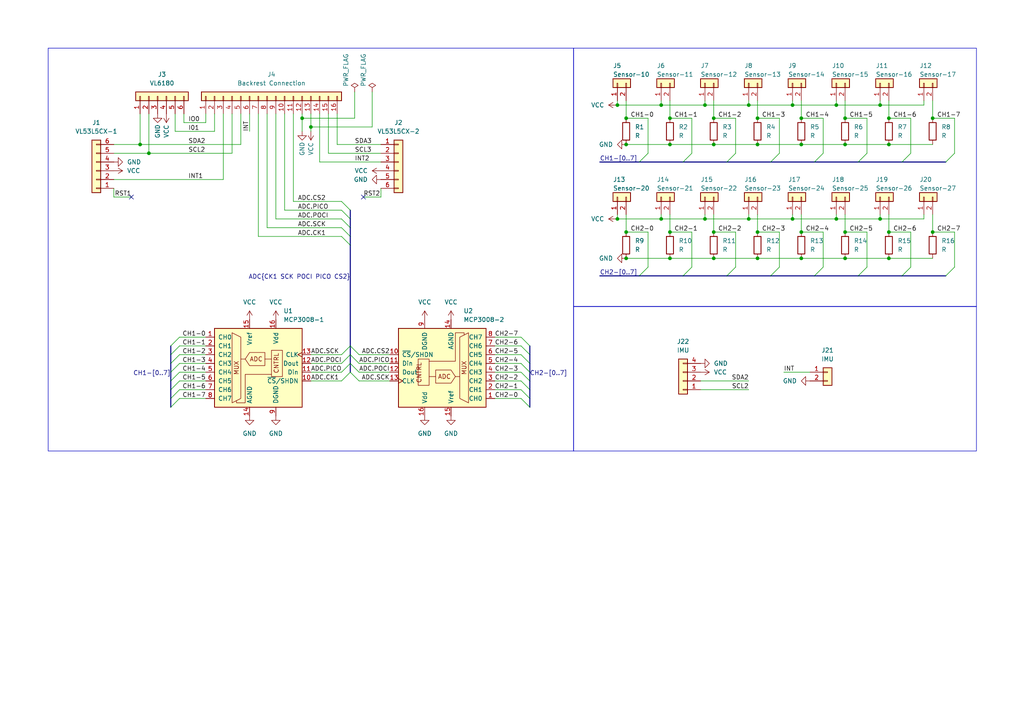
<source format=kicad_sch>
(kicad_sch (version 20230121) (generator eeschema)
  (paper "A4")
  (title_block (title "V2 Chair Seat") (date "2023-10-24") (rev "0"))
  (lib_symbols
    (symbol "Connector_Generic:Conn_01x02" (pin_names (offset 1.016) hide)
      (property "Reference" "J" (at 0 2.54 0))
      (property "Value" "Conn_01x02" (at 0 -5.08 0))
      (symbol "Conn_01x02_1_1"
        (rectangle (start -1.27 -2.413) (end 0 -2.667) (stroke (width 0.1524)))
        (rectangle (start -1.27 0.127) (end 0 -0.127) (stroke (width 0.1524)))
        (rectangle (start -1.27 1.27) (end 1.27 -3.81) (stroke (width 0.254)) (fill (type background)))
        (pin passive line (at -5.08 0 0) (length 3.81) (name "Pin_1") (number "1"))
        (pin passive line (at -5.08 -2.54 0) (length 3.81) (name "Pin_2") (number "2"))
      )
    )
    (symbol "Connector_Generic:Conn_01x04" (pin_names (offset 1.016) hide)
      (property "Reference" "J" (at 0 5.08 0))
      (property "Value" "Conn_01x04" (at 0 -7.62 0))
      (symbol "Conn_01x04_1_1"
        (rectangle (start -1.27 -4.953) (end 0 -5.207) (stroke (width 0.1524)))
        (rectangle (start -1.27 -2.413) (end 0 -2.667) (stroke (width 0.1524)))
        (rectangle (start -1.27 0.127) (end 0 -0.127) (stroke (width 0.1524)))
        (rectangle (start -1.27 2.667) (end 0 2.413) (stroke (width 0.1524)))
        (rectangle (start -1.27 3.81) (end 1.27 -6.35) (stroke (width 0.254)) (fill (type background)))
        (pin passive line (at -5.08 2.54 0) (length 3.81) (name "Pin_1") (number "1"))
        (pin passive line (at -5.08 0 0) (length 3.81) (name "Pin_2") (number "2"))
        (pin passive line (at -5.08 -2.54 0) (length 3.81) (name "Pin_3") (number "3"))
        (pin passive line (at -5.08 -5.08 0) (length 3.81) (name "Pin_4") (number "4"))
      )
    )
    (symbol "Connector_Generic:Conn_01x06" (pin_names (offset 1.016) hide)
      (property "Reference" "J" (at 0 7.62 0))
      (property "Value" "Conn_01x06" (at 0 -10.16 0))
      (symbol "Conn_01x06_1_1"
        (rectangle (start -1.27 -7.493) (end 0 -7.747) (stroke (width 0.1524)))
        (rectangle (start -1.27 -4.953) (end 0 -5.207) (stroke (width 0.1524)))
        (rectangle (start -1.27 -2.413) (end 0 -2.667) (stroke (width 0.1524)))
        (rectangle (start -1.27 0.127) (end 0 -0.127) (stroke (width 0.1524)))
        (rectangle (start -1.27 2.667) (end 0 2.413) (stroke (width 0.1524)))
        (rectangle (start -1.27 5.207) (end 0 4.953) (stroke (width 0.1524)))
        (rectangle (start -1.27 6.35) (end 1.27 -8.89) (stroke (width 0.254)) (fill (type background)))
        (pin passive line (at -5.08 5.08 0) (length 3.81) (name "Pin_1") (number "1"))
        (pin passive line (at -5.08 2.54 0) (length 3.81) (name "Pin_2") (number "2"))
        (pin passive line (at -5.08 0 0) (length 3.81) (name "Pin_3") (number "3"))
        (pin passive line (at -5.08 -2.54 0) (length 3.81) (name "Pin_4") (number "4"))
        (pin passive line (at -5.08 -5.08 0) (length 3.81) (name "Pin_5") (number "5"))
        (pin passive line (at -5.08 -7.62 0) (length 3.81) (name "Pin_6") (number "6"))
      )
    )
    (symbol "Connector_Generic:Conn_01x16" (pin_names (offset 1.016) hide)
      (property "Reference" "J" (at 0 20.32 0))
      (property "Value" "Conn_01x16" (at 0 -22.86 0))
      (symbol "Conn_01x16_1_1"
        (rectangle (start -1.27 -20.193) (end 0 -20.447) (stroke (width 0.1524)))
        (rectangle (start -1.27 -17.653) (end 0 -17.907) (stroke (width 0.1524)))
        (rectangle (start -1.27 -15.113) (end 0 -15.367) (stroke (width 0.1524)))
        (rectangle (start -1.27 -12.573) (end 0 -12.827) (stroke (width 0.1524)))
        (rectangle (start -1.27 -10.033) (end 0 -10.287) (stroke (width 0.1524)))
        (rectangle (start -1.27 -7.493) (end 0 -7.747) (stroke (width 0.1524)))
        (rectangle (start -1.27 -4.953) (end 0 -5.207) (stroke (width 0.1524)))
        (rectangle (start -1.27 -2.413) (end 0 -2.667) (stroke (width 0.1524)))
        (rectangle (start -1.27 0.127) (end 0 -0.127) (stroke (width 0.1524)))
        (rectangle (start -1.27 2.667) (end 0 2.413) (stroke (width 0.1524)))
        (rectangle (start -1.27 5.207) (end 0 4.953) (stroke (width 0.1524)))
        (rectangle (start -1.27 7.747) (end 0 7.493) (stroke (width 0.1524)))
        (rectangle (start -1.27 10.287) (end 0 10.033) (stroke (width 0.1524)))
        (rectangle (start -1.27 12.827) (end 0 12.573) (stroke (width 0.1524)))
        (rectangle (start -1.27 15.367) (end 0 15.113) (stroke (width 0.1524)))
        (rectangle (start -1.27 17.907) (end 0 17.653) (stroke (width 0.1524)))
        (rectangle (start -1.27 19.05) (end 1.27 -21.59) (stroke (width 0.254)) (fill (type background)))
        (pin passive line (at -5.08 17.78 0) (length 3.81) (name "Pin_1") (number "1"))
        (pin passive line (at -5.08 -5.08 0) (length 3.81) (name "Pin_10") (number "10"))
        (pin passive line (at -5.08 -7.62 0) (length 3.81) (name "Pin_11") (number "11"))
        (pin passive line (at -5.08 -10.16 0) (length 3.81) (name "Pin_12") (number "12"))
        (pin passive line (at -5.08 -12.7 0) (length 3.81) (name "Pin_13") (number "13"))
        (pin passive line (at -5.08 -15.24 0) (length 3.81) (name "Pin_14") (number "14"))
        (pin passive line (at -5.08 -17.78 0) (length 3.81) (name "Pin_15") (number "15"))
        (pin passive line (at -5.08 -20.32 0) (length 3.81) (name "Pin_16") (number "16"))
        (pin passive line (at -5.08 15.24 0) (length 3.81) (name "Pin_2") (number "2"))
        (pin passive line (at -5.08 12.7 0) (length 3.81) (name "Pin_3") (number "3"))
        (pin passive line (at -5.08 10.16 0) (length 3.81) (name "Pin_4") (number "4"))
        (pin passive line (at -5.08 7.62 0) (length 3.81) (name "Pin_5") (number "5"))
        (pin passive line (at -5.08 5.08 0) (length 3.81) (name "Pin_6") (number "6"))
        (pin passive line (at -5.08 2.54 0) (length 3.81) (name "Pin_7") (number "7"))
        (pin passive line (at -5.08 0 0) (length 3.81) (name "Pin_8") (number "8"))
        (pin passive line (at -5.08 -2.54 0) (length 3.81) (name "Pin_9") (number "9"))
      )
    )
    (symbol "Device:R" (pin_numbers hide) (pin_names (offset 0))
      (property "Reference" "R" (at 2.032 0 90))
      (property "Value" "R" (at 0 0 90))
      (symbol "R_0_1"
        (rectangle (start -1.016 -2.54) (end 1.016 2.54) (stroke (width 0.254)))
      )
      (symbol "R_1_1"
        (pin passive line (at 0 3.81 270) (length 1.27) (name "~") (number "1"))
        (pin passive line (at 0 -3.81 90) (length 1.27) (name "~") (number "2"))
      )
    )
    (symbol "MCP3008Fix:MCP3008" (pin_names (offset 1.016))
      (property "Reference" "U" (at -5.08 13.335 0))
      (property "Value" "MCP3008" (at -5.08 11.43 0))
      (symbol "MCP3008_0_0"
        (text "ADC" (at -0.635 1.27 0) (effects (font (size 1.27 1.27))))
        (text "CNTRL" (at 5.969 -2.921 900) (effects (font (size 1.27 1.27)) (justify left bottom)))
        (text "MUX" (at -6.35 -1.27 900) (effects (font (size 1.27 1.27))))
      )
      (symbol "MCP3008_0_1"
        (polyline (pts (xy -3.81 1.27) (xy -5.08 1.27)))
        (polyline (pts (xy 1.905 1.27) (xy 3.81 1.27)))
        (polyline (pts (xy -7.62 8.89) (xy -7.62 -11.43) (xy -5.08 -10.16) (xy -5.08 7.62) (xy -7.62 8.89)))
        (polyline (pts (xy 3.81 -3.175) (xy -3.81 -3.175) (xy -3.81 -11.43) (xy -6.35 -11.43) (xy -6.35 -10.795)))
        (polyline (pts (xy 1.905 3.175) (xy 1.905 -0.635) (xy -2.54 -0.635) (xy -3.81 1.27) (xy -2.54 3.175) (xy 1.905 3.175)))
        (rectangle (start 3.81 -3.81) (end 6.985 3.81))
        (rectangle (start 12.7 -12.7) (end -12.7 10.16) (stroke (width 0.254)) (fill (type background)))
      )
      (symbol "MCP3008_1_1"
        (pin input line (at -15.24 7.62 0) (length 2.54) (name "CH0") (number "1"))
        (pin input line (at 15.24 -5.08 180) (length 2.54) (name "~{CS}/SHDN") (number "10"))
        (pin input line (at 15.24 -2.54 180) (length 2.54) (name "Din") (number "11"))
        (pin tri_state line (at 15.24 0 180) (length 2.54) (name "Dout") (number "12"))
        (pin input clock (at 15.24 2.54 180) (length 2.54) (name "CLK") (number "13"))
        (pin power_in line (at -2.54 -15.24 90) (length 2.54) (name "AGND") (number "14"))
        (pin power_in line (at -2.54 12.7 270) (length 2.54) (name "Vref") (number "15"))
        (pin power_in line (at 5.08 12.7 270) (length 2.54) (name "Vdd") (number "16"))
        (pin input line (at -15.24 5.08 0) (length 2.54) (name "CH1") (number "2"))
        (pin input line (at -15.24 2.54 0) (length 2.54) (name "CH2") (number "3"))
        (pin input line (at -15.24 0 0) (length 2.54) (name "CH3") (number "4"))
        (pin input line (at -15.24 -2.54 0) (length 2.54) (name "CH4") (number "5"))
        (pin input line (at -15.24 -5.08 0) (length 2.54) (name "CH5") (number "6"))
        (pin input line (at -15.24 -7.62 0) (length 2.54) (name "CH6") (number "7"))
        (pin input line (at -15.24 -10.16 0) (length 2.54) (name "CH7") (number "8"))
        (pin power_in line (at 5.08 -15.24 90) (length 2.54) (name "DGND") (number "9"))
      )
    )
    (symbol "power:GND" (power) (pin_names (offset 0))
      (property "Value" "GND" (at 0 -3.81 0))
      (symbol "GND_0_1"
        (polyline (pts (xy 0 0) (xy 0 -1.27) (xy 1.27 -1.27) (xy 0 -2.54) (xy -1.27 -1.27) (xy 0 -1.27)))
      )
      (symbol "GND_1_1"
        (pin power_in line (at 0 0 270) (length 0) hide (name "GND") (number "1"))
      )
    )
    (symbol "power:PWR_FLAG" (power) (pin_numbers hide) (pin_names (offset 0) hide)
      (property "Value" "PWR_FLAG" (at 0 3.81 0))
      (symbol "PWR_FLAG_0_0"
        (pin power_out line (at 0 0 90) (length 0) (name "pwr") (number "1"))
      )
      (symbol "PWR_FLAG_0_1"
        (polyline (pts (xy 0 0) (xy 0 1.27) (xy -1.016 1.905) (xy 0 2.54) (xy 1.016 1.905) (xy 0 1.27)))
      )
    )
    (symbol "power:VCC" (power) (pin_names (offset 0))
      (property "Value" "VCC" (at 0 3.81 0))
      (symbol "VCC_0_1"
        (polyline (pts (xy -0.762 1.27) (xy 0 2.54)))
        (polyline (pts (xy 0 0) (xy 0 2.54)))
        (polyline (pts (xy 0 2.54) (xy 0.762 1.27)))
      )
      (symbol "VCC_1_1"
        (pin power_in line (at 0 0 90) (length 0) hide (name "VCC") (number "1"))
      )
    )
  )
  (junction (at 194.31 74.93))
  (junction (at 204.47 30.48))
  (junction (at 191.77 30.48))
  (junction (at 270.51 67.31))
  (junction (at 207.01 34.29))
  (junction (at 255.27 63.5))
  (junction (at 191.77 63.5))
  (junction (at 257.81 34.29))
  (junction (at 270.51 34.29))
  (junction (at 40.64 41.91))
  (junction (at 207.01 67.31))
  (junction (at 229.87 30.48))
  (junction (at 217.17 63.5))
  (junction (at 257.81 67.31))
  (junction (at 179.07 63.5))
  (junction (at 219.71 74.93))
  (junction (at 207.01 41.91))
  (junction (at 257.81 74.93))
  (junction (at 232.41 67.31))
  (junction (at 242.57 30.48))
  (junction (at 217.17 30.48))
  (junction (at 194.31 67.31))
  (junction (at 242.57 63.5))
  (junction (at 194.31 34.29))
  (junction (at 229.87 63.5))
  (junction (at 43.18 44.45))
  (junction (at 207.01 74.93))
  (junction (at 179.07 30.48))
  (junction (at 194.31 41.91))
  (junction (at 181.61 74.93))
  (junction (at 204.47 63.5))
  (junction (at 232.41 34.29))
  (junction (at 87.63 34.29))
  (junction (at 219.71 67.31))
  (junction (at 90.17 36.83))
  (junction (at 257.81 41.91))
  (junction (at 181.61 41.91))
  (junction (at 232.41 74.93))
  (junction (at 181.61 67.31))
  (junction (at 181.61 34.29))
  (junction (at 255.27 30.48))
  (junction (at 245.11 67.31))
  (junction (at 219.71 41.91))
  (junction (at 219.71 34.29))
  (junction (at 245.11 41.91))
  (junction (at 245.11 34.29))
  (junction (at 232.41 41.91))
  (junction (at 245.11 74.93))
  (no_connect (at 38.1 57.15))
  (no_connect (at 105.41 57.15))
  (bus_entry (at 153.67 102.87) (size -2.54 -2.54))
  (bus_entry (at 49.53 100.33) (size 2.54 -2.54))
  (bus_entry (at 210.82 46.99) (size 2.54 -2.54))
  (bus_entry (at 236.22 46.99) (size 2.54 -2.54))
  (bus_entry (at 274.32 46.99) (size 2.54 -2.54))
  (bus_entry (at 261.62 80.01) (size 2.54 -2.54))
  (bus_entry (at 49.53 102.87) (size 2.54 -2.54))
  (bus_entry (at 101.6 68.58) (size -2.54 -2.54))
  (bus_entry (at 49.53 118.11) (size 2.54 -2.54))
  (bus_entry (at 101.6 102.87) (size -2.54 2.54))
  (bus_entry (at 49.53 107.95) (size 2.54 -2.54))
  (bus_entry (at 49.53 105.41) (size 2.54 -2.54))
  (bus_entry (at 101.6 60.96) (size -2.54 -2.54))
  (bus_entry (at 185.42 46.99) (size 2.54 -2.54))
  (bus_entry (at 198.12 80.01) (size 2.54 -2.54))
  (bus_entry (at 153.67 100.33) (size -2.54 -2.54))
  (bus_entry (at 101.6 105.41) (size 2.54 2.54))
  (bus_entry (at 223.52 80.01) (size 2.54 -2.54))
  (bus_entry (at 153.67 105.41) (size -2.54 -2.54))
  (bus_entry (at 49.53 110.49) (size 2.54 -2.54))
  (bus_entry (at 153.67 107.95) (size -2.54 -2.54))
  (bus_entry (at 248.92 80.01) (size 2.54 -2.54))
  (bus_entry (at 101.6 105.41) (size -2.54 2.54))
  (bus_entry (at 261.62 46.99) (size 2.54 -2.54))
  (bus_entry (at 236.22 80.01) (size 2.54 -2.54))
  (bus_entry (at 274.32 80.01) (size 2.54 -2.54))
  (bus_entry (at 101.6 63.5) (size -2.54 -2.54))
  (bus_entry (at 101.6 102.87) (size 2.54 2.54))
  (bus_entry (at 101.6 100.33) (size -2.54 2.54))
  (bus_entry (at 153.67 110.49) (size -2.54 -2.54))
  (bus_entry (at 223.52 46.99) (size 2.54 -2.54))
  (bus_entry (at 153.67 118.11) (size -2.54 -2.54))
  (bus_entry (at 185.42 80.01) (size 2.54 -2.54))
  (bus_entry (at 101.6 66.04) (size -2.54 -2.54))
  (bus_entry (at 248.92 46.99) (size 2.54 -2.54))
  (bus_entry (at 198.12 46.99) (size 2.54 -2.54))
  (bus_entry (at 153.67 113.03) (size -2.54 -2.54))
  (bus_entry (at 101.6 71.12) (size -2.54 -2.54))
  (bus_entry (at 49.53 113.03) (size 2.54 -2.54))
  (bus_entry (at 101.6 107.95) (size -2.54 2.54))
  (bus_entry (at 101.6 107.95) (size 2.54 2.54))
  (bus_entry (at 49.53 115.57) (size 2.54 -2.54))
  (bus_entry (at 153.67 115.57) (size -2.54 -2.54))
  (bus_entry (at 210.82 80.01) (size 2.54 -2.54))
  (bus_entry (at 101.6 100.33) (size 2.54 2.54))
  (wire (pts (xy 207.01 62.23) (xy 207.01 67.31)))
  (wire (pts (xy 276.86 44.45) (xy 276.86 34.29)))
  (wire (pts (xy 181.61 29.21) (xy 181.61 34.29)))
  (wire (pts (xy 217.17 63.5) (xy 229.87 63.5)))
  (wire (pts (xy 95.25 33.02) (xy 95.25 44.45)))
  (wire (pts (xy 232.41 62.23) (xy 232.41 67.31)))
  (bus (pts (xy 101.6 105.41) (xy 101.6 107.95)))
  (wire (pts (xy 72.39 33.02) (xy 72.39 38.1)))
  (wire (pts (xy 179.07 62.23) (xy 179.07 63.5)))
  (bus (pts (xy 49.53 105.41) (xy 49.53 107.95)))
  (wire (pts (xy 143.51 113.03) (xy 151.13 113.03)))
  (wire (pts (xy 52.07 97.79) (xy 59.69 97.79)))
  (wire (pts (xy 52.07 100.33) (xy 59.69 100.33)))
  (wire (pts (xy 87.63 34.29) (xy 87.63 38.1)))
  (wire (pts (xy 203.2 110.49) (xy 217.17 110.49)))
  (wire (pts (xy 143.51 105.41) (xy 151.13 105.41)))
  (wire (pts (xy 62.23 38.1) (xy 62.23 33.02)))
  (wire (pts (xy 90.17 36.83) (xy 90.17 38.1)))
  (wire (pts (xy 194.31 67.31) (xy 200.66 67.31)))
  (bus (pts (xy 153.67 100.33) (xy 153.67 102.87)))
  (wire (pts (xy 219.71 62.23) (xy 219.71 67.31)))
  (wire (pts (xy 110.49 54.61) (xy 110.49 57.15)))
  (bus (pts (xy 173.99 80.01) (xy 185.42 80.01)))
  (wire (pts (xy 74.93 68.58) (xy 74.93 33.02)))
  (wire (pts (xy 82.55 33.02) (xy 82.55 60.96)))
  (wire (pts (xy 191.77 63.5) (xy 204.47 63.5)))
  (wire (pts (xy 90.17 105.41) (xy 99.06 105.41)))
  (wire (pts (xy 232.41 67.31) (xy 238.76 67.31)))
  (wire (pts (xy 200.66 77.47) (xy 200.66 67.31)))
  (wire (pts (xy 179.07 30.48) (xy 191.77 30.48)))
  (wire (pts (xy 107.95 36.83) (xy 107.95 26.67)))
  (wire (pts (xy 194.31 29.21) (xy 194.31 34.29)))
  (wire (pts (xy 217.17 30.48) (xy 217.17 29.21)))
  (wire (pts (xy 270.51 62.23) (xy 270.51 67.31)))
  (wire (pts (xy 232.41 41.91) (xy 245.11 41.91)))
  (wire (pts (xy 213.36 34.29) (xy 213.36 44.45)))
  (wire (pts (xy 229.87 62.23) (xy 229.87 63.5)))
  (wire (pts (xy 179.07 63.5) (xy 191.77 63.5)))
  (wire (pts (xy 264.16 34.29) (xy 264.16 44.45)))
  (wire (pts (xy 264.16 67.31) (xy 264.16 77.47)))
  (wire (pts (xy 52.07 110.49) (xy 59.69 110.49)))
  (wire (pts (xy 255.27 62.23) (xy 255.27 63.5)))
  (bus (pts (xy 49.53 102.87) (xy 49.53 105.41)))
  (wire (pts (xy 255.27 63.5) (xy 267.97 63.5)))
  (wire (pts (xy 270.51 29.21) (xy 270.51 34.29)))
  (wire (pts (xy 143.51 100.33) (xy 151.13 100.33)))
  (wire (pts (xy 251.46 44.45) (xy 251.46 34.29)))
  (wire (pts (xy 194.31 62.23) (xy 194.31 67.31)))
  (wire (pts (xy 50.8 38.1) (xy 62.23 38.1)))
  (wire (pts (xy 245.11 62.23) (xy 245.11 67.31)))
  (wire (pts (xy 200.66 44.45) (xy 200.66 34.29)))
  (wire (pts (xy 257.81 74.93) (xy 270.51 74.93)))
  (wire (pts (xy 229.87 63.5) (xy 242.57 63.5)))
  (wire (pts (xy 69.85 41.91) (xy 69.85 33.02)))
  (wire (pts (xy 219.71 41.91) (xy 232.41 41.91)))
  (wire (pts (xy 257.81 34.29) (xy 264.16 34.29)))
  (wire (pts (xy 77.47 66.04) (xy 77.47 33.02)))
  (wire (pts (xy 80.01 63.5) (xy 80.01 33.02)))
  (bus (pts (xy 153.67 110.49) (xy 153.67 113.03)))
  (wire (pts (xy 191.77 30.48) (xy 191.77 29.21)))
  (wire (pts (xy 181.61 74.93) (xy 194.31 74.93)))
  (bus (pts (xy 101.6 102.87) (xy 101.6 105.41)))
  (wire (pts (xy 191.77 30.48) (xy 204.47 30.48)))
  (wire (pts (xy 245.11 29.21) (xy 245.11 34.29)))
  (wire (pts (xy 181.61 67.31) (xy 187.96 67.31)))
  (bus (pts (xy 185.42 46.99) (xy 198.12 46.99)))
  (bus (pts (xy 261.62 80.01) (xy 274.32 80.01)))
  (bus (pts (xy 153.67 113.03) (xy 153.67 115.57)))
  (bus (pts (xy 153.67 102.87) (xy 153.67 105.41)))
  (wire (pts (xy 77.47 66.04) (xy 99.06 66.04)))
  (wire (pts (xy 207.01 74.93) (xy 219.71 74.93)))
  (wire (pts (xy 104.14 107.95) (xy 113.03 107.95)))
  (bus (pts (xy 236.22 46.99) (xy 248.92 46.99)))
  (wire (pts (xy 204.47 29.21) (xy 204.47 30.48)))
  (wire (pts (xy 238.76 34.29) (xy 238.76 44.45)))
  (wire (pts (xy 204.47 63.5) (xy 217.17 63.5)))
  (wire (pts (xy 92.71 33.02) (xy 92.71 46.99)))
  (wire (pts (xy 74.93 68.58) (xy 99.06 68.58)))
  (wire (pts (xy 232.41 29.21) (xy 232.41 34.29)))
  (wire (pts (xy 227.33 107.95) (xy 234.95 107.95)))
  (wire (pts (xy 204.47 62.23) (xy 204.47 63.5)))
  (wire (pts (xy 52.07 113.03) (xy 59.69 113.03)))
  (wire (pts (xy 245.11 74.93) (xy 257.81 74.93)))
  (wire (pts (xy 229.87 29.21) (xy 229.87 30.48)))
  (bus (pts (xy 248.92 80.01) (xy 261.62 80.01)))
  (wire (pts (xy 104.14 102.87) (xy 113.03 102.87)))
  (bus (pts (xy 49.53 113.03) (xy 49.53 115.57)))
  (wire (pts (xy 232.41 74.93) (xy 245.11 74.93)))
  (wire (pts (xy 257.81 29.21) (xy 257.81 34.29)))
  (wire (pts (xy 104.14 105.41) (xy 113.03 105.41)))
  (wire (pts (xy 33.02 54.61) (xy 33.02 57.15)))
  (wire (pts (xy 90.17 33.02) (xy 90.17 36.83)))
  (wire (pts (xy 267.97 30.48) (xy 267.97 29.21)))
  (wire (pts (xy 194.31 41.91) (xy 207.01 41.91)))
  (bus (pts (xy 153.67 115.57) (xy 153.67 118.11)))
  (wire (pts (xy 102.87 34.29) (xy 102.87 26.67)))
  (bus (pts (xy 49.53 100.33) (xy 49.53 102.87)))
  (wire (pts (xy 43.18 44.45) (xy 33.02 44.45)))
  (wire (pts (xy 251.46 77.47) (xy 251.46 67.31)))
  (wire (pts (xy 187.96 34.29) (xy 187.96 44.45)))
  (wire (pts (xy 219.71 34.29) (xy 226.06 34.29)))
  (bus (pts (xy 153.67 107.95) (xy 153.67 110.49)))
  (wire (pts (xy 245.11 41.91) (xy 257.81 41.91)))
  (wire (pts (xy 204.47 30.48) (xy 217.17 30.48)))
  (wire (pts (xy 97.79 33.02) (xy 97.79 41.91)))
  (wire (pts (xy 95.25 44.45) (xy 110.49 44.45)))
  (wire (pts (xy 255.27 30.48) (xy 267.97 30.48)))
  (wire (pts (xy 194.31 34.29) (xy 200.66 34.29)))
  (bus (pts (xy 236.22 80.01) (xy 248.92 80.01)))
  (wire (pts (xy 33.02 52.07) (xy 64.77 52.07)))
  (wire (pts (xy 87.63 33.02) (xy 87.63 34.29)))
  (wire (pts (xy 90.17 110.49) (xy 99.06 110.49)))
  (wire (pts (xy 143.51 110.49) (xy 151.13 110.49)))
  (bus (pts (xy 49.53 107.95) (xy 49.53 110.49)))
  (bus (pts (xy 173.99 46.99) (xy 185.42 46.99)))
  (wire (pts (xy 143.51 102.87) (xy 151.13 102.87)))
  (bus (pts (xy 101.6 60.96) (xy 101.6 63.5)))
  (wire (pts (xy 207.01 41.91) (xy 219.71 41.91)))
  (wire (pts (xy 207.01 29.21) (xy 207.01 34.29)))
  (wire (pts (xy 33.02 57.15) (xy 38.1 57.15)))
  (wire (pts (xy 40.64 41.91) (xy 33.02 41.91)))
  (wire (pts (xy 245.11 67.31) (xy 251.46 67.31)))
  (wire (pts (xy 226.06 44.45) (xy 226.06 34.29)))
  (wire (pts (xy 219.71 74.93) (xy 232.41 74.93)))
  (wire (pts (xy 219.71 67.31) (xy 226.06 67.31)))
  (wire (pts (xy 53.34 35.56) (xy 59.69 35.56)))
  (wire (pts (xy 80.01 63.5) (xy 99.06 63.5)))
  (wire (pts (xy 191.77 63.5) (xy 191.77 62.23)))
  (bus (pts (xy 49.53 110.49) (xy 49.53 113.03)))
  (bus (pts (xy 49.53 115.57) (xy 49.53 118.11)))
  (wire (pts (xy 232.41 34.29) (xy 238.76 34.29)))
  (bus (pts (xy 101.6 68.58) (xy 101.6 71.12)))
  (wire (pts (xy 90.17 102.87) (xy 99.06 102.87)))
  (wire (pts (xy 242.57 30.48) (xy 255.27 30.48)))
  (bus (pts (xy 101.6 63.5) (xy 101.6 66.04)))
  (bus (pts (xy 210.82 46.99) (xy 223.52 46.99)))
  (bus (pts (xy 248.92 46.99) (xy 261.62 46.99)))
  (wire (pts (xy 50.8 33.02) (xy 50.8 38.1)))
  (wire (pts (xy 92.71 46.99) (xy 110.49 46.99)))
  (wire (pts (xy 219.71 29.21) (xy 219.71 34.29)))
  (wire (pts (xy 90.17 107.95) (xy 99.06 107.95)))
  (wire (pts (xy 270.51 67.31) (xy 276.86 67.31)))
  (wire (pts (xy 255.27 29.21) (xy 255.27 30.48)))
  (wire (pts (xy 179.07 29.21) (xy 179.07 30.48)))
  (bus (pts (xy 261.62 46.99) (xy 274.32 46.99)))
  (bus (pts (xy 185.42 80.01) (xy 198.12 80.01)))
  (wire (pts (xy 276.86 77.47) (xy 276.86 67.31)))
  (bus (pts (xy 101.6 66.04) (xy 101.6 68.58)))
  (wire (pts (xy 52.07 107.95) (xy 59.69 107.95)))
  (wire (pts (xy 143.51 97.79) (xy 151.13 97.79)))
  (wire (pts (xy 43.18 33.02) (xy 43.18 44.45)))
  (wire (pts (xy 97.79 41.91) (xy 110.49 41.91)))
  (wire (pts (xy 217.17 30.48) (xy 229.87 30.48)))
  (wire (pts (xy 226.06 77.47) (xy 226.06 67.31)))
  (wire (pts (xy 242.57 63.5) (xy 242.57 62.23)))
  (wire (pts (xy 245.11 34.29) (xy 251.46 34.29)))
  (wire (pts (xy 242.57 30.48) (xy 242.57 29.21)))
  (wire (pts (xy 99.06 60.96) (xy 82.55 60.96)))
  (wire (pts (xy 187.96 67.31) (xy 187.96 77.47)))
  (wire (pts (xy 87.63 34.29) (xy 102.87 34.29)))
  (wire (pts (xy 203.2 113.03) (xy 217.17 113.03)))
  (wire (pts (xy 40.64 41.91) (xy 69.85 41.91)))
  (wire (pts (xy 238.76 67.31) (xy 238.76 77.47)))
  (bus (pts (xy 223.52 46.99) (xy 236.22 46.99)))
  (wire (pts (xy 52.07 102.87) (xy 59.69 102.87)))
  (wire (pts (xy 181.61 41.91) (xy 194.31 41.91)))
  (wire (pts (xy 105.41 57.15) (xy 110.49 57.15)))
  (bus (pts (xy 153.67 105.41) (xy 153.67 107.95)))
  (wire (pts (xy 242.57 63.5) (xy 255.27 63.5)))
  (wire (pts (xy 257.81 62.23) (xy 257.81 67.31)))
  (bus (pts (xy 198.12 80.01) (xy 210.82 80.01)))
  (wire (pts (xy 207.01 67.31) (xy 213.36 67.31)))
  (wire (pts (xy 64.77 52.07) (xy 64.77 33.02)))
  (bus (pts (xy 223.52 80.01) (xy 236.22 80.01)))
  (bus (pts (xy 198.12 46.99) (xy 210.82 46.99)))
  (wire (pts (xy 143.51 115.57) (xy 151.13 115.57)))
  (wire (pts (xy 40.64 33.02) (xy 40.64 41.91)))
  (wire (pts (xy 59.69 35.56) (xy 59.69 33.02)))
  (wire (pts (xy 52.07 115.57) (xy 59.69 115.57)))
  (wire (pts (xy 43.18 44.45) (xy 67.31 44.45)))
  (wire (pts (xy 85.09 33.02) (xy 85.09 58.42)))
  (wire (pts (xy 270.51 34.29) (xy 276.86 34.29)))
  (bus (pts (xy 210.82 80.01) (xy 223.52 80.01)))
  (wire (pts (xy 257.81 67.31) (xy 264.16 67.31)))
  (wire (pts (xy 90.17 36.83) (xy 107.95 36.83)))
  (wire (pts (xy 181.61 62.23) (xy 181.61 67.31)))
  (wire (pts (xy 53.34 33.02) (xy 53.34 35.56)))
  (wire (pts (xy 104.14 110.49) (xy 113.03 110.49)))
  (wire (pts (xy 85.09 58.42) (xy 99.06 58.42)))
  (wire (pts (xy 207.01 34.29) (xy 213.36 34.29)))
  (bus (pts (xy 101.6 71.12) (xy 101.6 100.33)))
  (bus (pts (xy 101.6 100.33) (xy 101.6 102.87)))
  (wire (pts (xy 267.97 63.5) (xy 267.97 62.23)))
  (wire (pts (xy 67.31 44.45) (xy 67.31 33.02)))
  (wire (pts (xy 52.07 105.41) (xy 59.69 105.41)))
  (wire (pts (xy 229.87 30.48) (xy 242.57 30.48)))
  (wire (pts (xy 143.51 107.95) (xy 151.13 107.95)))
  (wire (pts (xy 213.36 67.31) (xy 213.36 77.47)))
  (wire (pts (xy 217.17 63.5) (xy 217.17 62.23)))
  (wire (pts (xy 181.61 34.29) (xy 187.96 34.29)))
  (wire (pts (xy 194.31 74.93) (xy 207.01 74.93)))
  (wire (pts (xy 257.81 41.91) (xy 270.51 41.91)))
  (rectangle (start 13.97 13.97) (end 166.37 130.81))
  (rectangle (start 166.37 88.9) (end 283.21 130.81))
  (rectangle (start 166.37 13.97) (end 283.21 88.9))
  (label "CH1-5" (at 246.38 34.29 0))
  (label "ADC.CK1" (at 86.36 68.58 0))
  (label "SDA2" (at 217.17 110.49 180))
  (label "ADC.PICO" (at 113.03 105.41 180))
  (label "SDA2" (at 54.61 41.91 0))
  (label "CH2-0" (at 182.88 67.31 0))
  (label "ADC.POCI" (at 113.03 107.95 180))
  (label "CH1-5" (at 59.69 110.49 180))
  (label "CH1-7" (at 271.78 34.29 0))
  (label "CH1-4" (at 233.68 34.29 0))
  (label "CH1-1" (at 59.69 100.33 180))
  (label "I01" (at 54.61 38.1 0))
  (label "CH2-1" (at 195.58 67.31 0))
  (label "CH1-[0..7]" (at 173.99 46.99 0))
  (label "CH2-7" (at 143.51 97.79 0))
  (label "ADC{CK1 SCK POCI PICO CS2}" (at 101.6 81.28 180))
  (label "ADC.POCI" (at 86.36 63.5 0))
  (label "SCL2" (at 217.17 113.03 180))
  (label "CH1-7" (at 59.69 115.57 180))
  (label "RST2" (at 105.41 57.15 0))
  (label "CH2-7" (at 271.78 67.31 0))
  (label "ADC.POCI" (at 90.17 105.41 0))
  (label "INT" (at 227.33 107.95 0))
  (label "CH2-6" (at 259.08 67.31 0))
  (label "CH1-0" (at 59.69 97.79 180))
  (label "CH2-4" (at 233.68 67.31 0))
  (label "CH2-1" (at 143.51 113.03 0))
  (label "ADC.SCK" (at 86.36 66.04 0))
  (label "ADC.CS2" (at 113.03 102.87 180))
  (label "CH2-5" (at 143.51 102.87 0))
  (label "CH1-3" (at 220.98 34.29 0))
  (label "ADC.SCK" (at 90.17 102.87 0))
  (label "CH2-5" (at 246.38 67.31 0))
  (label "CH2-[0..7]" (at 173.99 80.01 0))
  (label "CH1-6" (at 59.69 113.03 180))
  (label "CH2-0" (at 143.51 115.57 0))
  (label "CH1-2" (at 59.69 102.87 180))
  (label "CH1-[0..7]" (at 49.53 109.22 180))
  (label "CH2-2" (at 208.28 67.31 0))
  (label "ADC.SCK" (at 113.03 110.49 180))
  (label "CH1-1" (at 195.58 34.29 0))
  (label "CH2-[0..7]" (at 153.67 109.22 0))
  (label "CH2-2" (at 143.51 110.49 0))
  (label "SCL3" (at 102.87 44.45 0))
  (label "ADC.PICO" (at 90.17 107.95 0))
  (label "CH2-3" (at 220.98 67.31 0))
  (label "ADC.PICO" (at 86.36 60.96 0))
  (label "CH1-0" (at 182.88 34.29 0))
  (label "IO0" (at 54.61 35.56 0))
  (label "INT2" (at 102.87 46.99 0))
  (label "CH1-2" (at 208.28 34.29 0))
  (label "INT1" (at 54.61 52.07 0))
  (label "CH1-6" (at 259.08 34.29 0))
  (label "SDA3" (at 102.87 41.91 0))
  (label "CH1-3" (at 59.69 105.41 180))
  (label "INT" (at 72.39 38.1 90))
  (label "ADC.CS2" (at 86.36 58.42 0))
  (label "SCL2" (at 54.61 44.45 0))
  (label "ADC.CK1" (at 90.17 110.49 0))
  (label "CH2-6" (at 143.51 100.33 0))
  (label "CH2-4" (at 143.51 105.41 0))
  (label "RST1" (at 38.1 57.15 180))
  (label "CH1-4" (at 59.69 107.95 180))
  (label "CH2-3" (at 143.51 107.95 0))
  (symbol (lib_id "Connector_Generic:Conn_01x06") (at 115.57 46.99 0) (unit 1)
    (property "Reference" "J2" (at 115.57 35.56 0))
    (property "Value" "VL53L5CX-2" (at 115.57 38.1 0))
  )
  (symbol (lib_id "Connector_Generic:Conn_01x02") (at 242.57 24.13 90) (unit 1)
    (property "Reference" "J10" (at 241.3 19.05 90) (effects (justify right)))
    (property "Value" "Sensor-15" (at 241.3 21.59 90) (effects (justify right)))
  )
  (symbol (lib_id "power:VCC") (at 179.07 63.5 90) (unit 1)
    (property "Reference" "#PWR019" (effects hide))
    (property "Value" "VCC" (at 175.26 63.5 90) (effects (justify left)))
  )
  (symbol (lib_id "Device:R") (at 257.81 38.1 180) (unit 1)
    (property "Reference" "R7" (at 260.35 36.83 0) (effects (justify right)))
    (property "Value" "R" (at 260.35 39.37 0) (effects (justify right)))
  )
  (symbol (lib_id "power:VCC") (at 203.2 107.95 270) (unit 1)
    (property "Reference" "#PWR022" (effects hide))
    (property "Value" "VCC" (at 207.01 107.95 90) (effects (justify left)))
  )
  (symbol (lib_id "Connector_Generic:Conn_01x02") (at 204.47 57.15 90) (unit 1)
    (property "Reference" "J15" (at 203.2 52.07 90) (effects (justify right)))
    (property "Value" "Sensor-22" (at 203.2 54.61 90) (effects (justify right)))
  )
  (symbol (lib_id "power:VCC") (at 80.01 92.71 0) (unit 1)
    (property "Reference" "#PWR013" (effects hide))
    (property "Value" "VCC" (at 80.01 87.63 0))
  )
  (symbol (lib_id "Connector_Generic:Conn_01x02") (at 255.27 57.15 90) (unit 1)
    (property "Reference" "J19" (at 254 52.07 90) (effects (justify right)))
    (property "Value" "Sensor-26" (at 254 54.61 90) (effects (justify right)))
  )
  (symbol (lib_id "power:VCC") (at 179.07 30.48 90) (unit 1)
    (property "Reference" "#PWR018" (effects hide))
    (property "Value" "VCC" (at 175.26 30.48 90) (effects (justify left)))
  )
  (symbol (lib_id "Connector_Generic:Conn_01x02") (at 191.77 24.13 90) (unit 1)
    (property "Reference" "J6" (at 190.5 19.05 90) (effects (justify right)))
    (property "Value" "Sensor-11" (at 190.5 21.59 90) (effects (justify right)))
  )
  (symbol (lib_id "Connector_Generic:Conn_01x02") (at 217.17 24.13 90) (unit 1)
    (property "Reference" "J8" (at 215.9 19.05 90) (effects (justify right)))
    (property "Value" "Sensor-13" (at 215.9 21.59 90) (effects (justify right)))
  )
  (symbol (lib_id "MCP3008Fix:MCP3008") (at 74.93 105.41 0) (unit 1)
    (property "Reference" "U1" (at 82.2041 90.17 0) (effects (justify left)))
    (property "Value" "MCP3008-1" (at 82.2041 92.71 0) (effects (justify left)))
    (property "Datasheet" "http://ww1.microchip.com/downloads/en/DeviceDoc/21295d.pdf" (effects hide))
  )
  (symbol (lib_id "Device:R") (at 181.61 38.1 180) (unit 1)
    (property "Reference" "R1" (at 184.15 36.83 0) (effects (justify right)))
    (property "Value" "R" (at 184.15 39.37 0) (effects (justify right)))
  )
  (symbol (lib_id "Connector_Generic:Conn_01x06") (at 27.94 49.53 180) (unit 1)
    (property "Reference" "J1" (at 27.94 35.56 0))
    (property "Value" "VL53L5CX-1" (at 27.94 38.1 0))
  )
  (symbol (lib_id "Device:R") (at 194.31 71.12 180) (unit 1)
    (property "Reference" "R10" (at 196.85 69.85 0) (effects (justify right)))
    (property "Value" "R" (at 196.85 72.39 0) (effects (justify right)))
  )
  (symbol (lib_id "Device:R") (at 270.51 71.12 180) (unit 1)
    (property "Reference" "R16" (at 273.05 69.85 0) (effects (justify right)))
    (property "Value" "R" (at 273.05 72.39 0) (effects (justify right)))
  )
  (symbol (lib_id "power:GND") (at 110.49 52.07 270) (unit 1)
    (property "Reference" "#PWR05" (effects hide))
    (property "Value" "GND" (at 106.68 52.07 90) (effects (justify right)))
  )
  (symbol (lib_id "power:VCC") (at 33.02 49.53 270) (unit 1)
    (property "Reference" "#PWR02" (effects hide))
    (property "Value" "VCC" (at 36.83 49.53 90) (effects (justify left)))
  )
  (symbol (lib_id "power:GND") (at 45.72 33.02 0) (unit 1)
    (property "Reference" "#PWR04" (effects hide))
    (property "Value" "GND" (at 45.72 38.1 90))
  )
  (symbol (lib_id "power:GND") (at 33.02 46.99 90) (unit 1)
    (property "Reference" "#PWR03" (effects hide))
    (property "Value" "GND" (at 36.83 46.99 90) (effects (justify right)))
  )
  (symbol (lib_id "Device:R") (at 257.81 71.12 180) (unit 1)
    (property "Reference" "R15" (at 260.35 69.85 0) (effects (justify right)))
    (property "Value" "R" (at 260.35 72.39 0) (effects (justify right)))
  )
  (symbol (lib_id "Connector_Generic:Conn_01x02") (at 229.87 57.15 90) (unit 1)
    (property "Reference" "J17" (at 228.6 52.07 90) (effects (justify right)))
    (property "Value" "Sensor-24" (at 228.6 54.61 90) (effects (justify right)))
  )
  (symbol (lib_id "Connector_Generic:Conn_01x16") (at 77.47 27.94 90) (unit 1)
    (property "Reference" "J4" (at 78.74 21.59 90))
    (property "Value" "Backrest Connection" (at 78.74 24.13 90))
  )
  (symbol (lib_id "power:GND") (at 130.81 120.65 0) (unit 1)
    (property "Reference" "#PWR012" (effects hide))
    (property "Value" "GND" (at 130.81 125.73 0))
  )
  (symbol (lib_id "Device:R") (at 207.01 71.12 180) (unit 1)
    (property "Reference" "R11" (at 209.55 69.85 0) (effects (justify right)))
    (property "Value" "R" (at 209.55 72.39 0) (effects (justify right)))
  )
  (symbol (lib_id "power:GND") (at 203.2 105.41 90) (unit 1)
    (property "Reference" "#PWR021" (effects hide))
    (property "Value" "GND" (at 207.01 105.41 90) (effects (justify right)))
  )
  (symbol (lib_id "Connector_Generic:Conn_01x02") (at 217.17 57.15 90) (unit 1)
    (property "Reference" "J16" (at 215.9 52.07 90) (effects (justify right)))
    (property "Value" "Sensor-23" (at 215.9 54.61 90) (effects (justify right)))
  )
  (symbol (lib_id "Device:R") (at 232.41 38.1 180) (unit 1)
    (property "Reference" "R5" (at 234.95 36.83 0) (effects (justify right)))
    (property "Value" "R" (at 234.95 39.37 0) (effects (justify right)))
  )
  (symbol (lib_id "power:PWR_FLAG") (at 107.95 26.67 0) (unit 1)
    (property "Reference" "#FLG02" (effects hide))
    (property "Value" "PWR_FLAG" (at 105.41 20.32 90))
  )
  (symbol (lib_id "Device:R") (at 245.11 71.12 180) (unit 1)
    (property "Reference" "R14" (at 247.65 69.85 0) (effects (justify right)))
    (property "Value" "R" (at 247.65 72.39 0) (effects (justify right)))
  )
  (symbol (lib_id "power:GND") (at 80.01 120.65 0) (unit 1)
    (property "Reference" "#PWR09" (effects hide))
    (property "Value" "GND" (at 80.01 125.73 0))
  )
  (symbol (lib_id "Connector_Generic:Conn_01x06") (at 45.72 27.94 90) (unit 1)
    (property "Reference" "J3" (at 46.99 21.59 90))
    (property "Value" "VL6180" (at 46.99 24.13 90))
  )
  (symbol (lib_id "power:GND") (at 181.61 74.93 270) (unit 1)
    (property "Reference" "#PWR020" (effects hide))
    (property "Value" "GND" (at 177.8 74.93 90) (effects (justify right)))
  )
  (symbol (lib_id "Connector_Generic:Conn_01x02") (at 242.57 57.15 90) (unit 1)
    (property "Reference" "J18" (at 241.3 52.07 90) (effects (justify right)))
    (property "Value" "Sensor-25" (at 241.3 54.61 90) (effects (justify right)))
  )
  (symbol (lib_id "power:VCC") (at 123.19 92.71 0) (unit 1)
    (property "Reference" "#PWR015" (effects hide))
    (property "Value" "VCC" (at 123.19 87.63 0))
  )
  (symbol (lib_id "Connector_Generic:Conn_01x02") (at 267.97 57.15 90) (unit 1)
    (property "Reference" "J20" (at 266.7 52.07 90) (effects (justify right)))
    (property "Value" "Sensor-27" (at 266.7 54.61 90) (effects (justify right)))
  )
  (symbol (lib_id "Device:R") (at 270.51 38.1 180) (unit 1)
    (property "Reference" "R8" (at 273.05 36.83 0) (effects (justify right)))
    (property "Value" "R" (at 273.05 39.37 0) (effects (justify right)))
  )
  (symbol (lib_id "power:GND") (at 181.61 41.91 270) (unit 1)
    (property "Reference" "#PWR017" (effects hide))
    (property "Value" "GND" (at 177.8 41.91 90) (effects (justify right)))
  )
  (symbol (lib_id "Connector_Generic:Conn_01x02") (at 191.77 57.15 90) (unit 1)
    (property "Reference" "J14" (at 190.5 52.07 90) (effects (justify right)))
    (property "Value" "Sensor-21" (at 190.5 54.61 90) (effects (justify right)))
  )
  (symbol (lib_id "power:GND") (at 234.95 110.49 270) (unit 1)
    (property "Reference" "#PWR0101" (effects hide))
    (property "Value" "GND" (at 231.14 110.49 90) (effects (justify right)))
  )
  (symbol (lib_id "Device:R") (at 207.01 38.1 180) (unit 1)
    (property "Reference" "R3" (at 209.55 36.83 0) (effects (justify right)))
    (property "Value" "R" (at 209.55 39.37 0) (effects (justify right)))
  )
  (symbol (lib_id "Device:R") (at 219.71 38.1 180) (unit 1)
    (property "Reference" "R4" (at 222.25 36.83 0) (effects (justify right)))
    (property "Value" "R" (at 222.25 39.37 0) (effects (justify right)))
  )
  (symbol (lib_id "Device:R") (at 181.61 71.12 180) (unit 1)
    (property "Reference" "R9" (at 184.15 69.85 0) (effects (justify right)))
    (property "Value" "R" (at 184.15 72.39 0) (effects (justify right)))
  )
  (symbol (lib_id "Device:R") (at 232.41 71.12 180) (unit 1)
    (property "Reference" "R13" (at 234.95 69.85 0) (effects (justify right)))
    (property "Value" "R" (at 234.95 72.39 0) (effects (justify right)))
  )
  (symbol (lib_id "Connector_Generic:Conn_01x04") (at 198.12 110.49 180) (unit 1)
    (property "Reference" "J22" (at 198.12 99.06 0))
    (property "Value" "IMU" (at 198.12 101.6 0))
  )
  (symbol (lib_id "Connector_Generic:Conn_01x02") (at 255.27 24.13 90) (unit 1)
    (property "Reference" "J11" (at 254 19.05 90) (effects (justify right)))
    (property "Value" "Sensor-16" (at 254 21.59 90) (effects (justify right)))
  )
  (symbol (lib_id "Connector_Generic:Conn_01x02") (at 179.07 24.13 90) (unit 1)
    (property "Reference" "J5" (at 177.8 19.05 90) (effects (justify right)))
    (property "Value" "Sensor-10" (at 177.8 21.59 90) (effects (justify right)))
  )
  (symbol (lib_id "power:GND") (at 123.19 120.65 0) (unit 1)
    (property "Reference" "#PWR011" (effects hide))
    (property "Value" "GND" (at 123.19 125.73 0))
  )
  (symbol (lib_id "Device:R") (at 219.71 71.12 180) (unit 1)
    (property "Reference" "R12" (at 222.25 69.85 0) (effects (justify right)))
    (property "Value" "R" (at 222.25 72.39 0) (effects (justify right)))
  )
  (symbol (lib_id "power:GND") (at 72.39 120.65 0) (unit 1)
    (property "Reference" "#PWR010" (effects hide))
    (property "Value" "GND" (at 72.39 125.73 0))
  )
  (symbol (lib_id "Connector_Generic:Conn_01x02") (at 240.03 107.95 0) (unit 1)
    (property "Reference" "J21" (at 240.03 101.6 0))
    (property "Value" "IMU" (at 240.03 104.14 0))
  )
  (symbol (lib_id "power:VCC") (at 130.81 92.71 0) (unit 1)
    (property "Reference" "#PWR016" (effects hide))
    (property "Value" "VCC" (at 130.81 87.63 0))
  )
  (symbol (lib_id "MCP3008Fix:MCP3008") (at 128.27 107.95 180) (unit 1)
    (property "Reference" "U2" (at 134.4361 90.17 0) (effects (justify right)))
    (property "Value" "MCP3008-2" (at 134.4361 92.71 0) (effects (justify right)))
    (property "Datasheet" "http://ww1.microchip.com/downloads/en/DeviceDoc/21295d.pdf" (effects hide))
  )
  (symbol (lib_id "power:VCC") (at 110.49 49.53 90) (unit 1)
    (property "Reference" "#PWR06" (effects hide))
    (property "Value" "VCC" (at 106.68 49.53 90) (effects (justify left)))
  )
  (symbol (lib_id "Connector_Generic:Conn_01x02") (at 229.87 24.13 90) (unit 1)
    (property "Reference" "J9" (at 228.6 19.05 90) (effects (justify right)))
    (property "Value" "Sensor-14" (at 228.6 21.59 90) (effects (justify right)))
  )
  (symbol (lib_id "power:VCC") (at 90.17 38.1 180) (unit 1)
    (property "Reference" "#PWR07" (effects hide))
    (property "Value" "VCC" (at 90.17 43.18 90))
  )
  (symbol (lib_id "Connector_Generic:Conn_01x02") (at 267.97 24.13 90) (unit 1)
    (property "Reference" "J12" (at 266.7 19.05 90) (effects (justify right)))
    (property "Value" "Sensor-17" (at 266.7 21.59 90) (effects (justify right)))
  )
  (symbol (lib_id "Device:R") (at 245.11 38.1 180) (unit 1)
    (property "Reference" "R6" (at 247.65 36.83 0) (effects (justify right)))
    (property "Value" "R" (at 247.65 39.37 0) (effects (justify right)))
  )
  (symbol (lib_id "Connector_Generic:Conn_01x02") (at 204.47 24.13 90) (unit 1)
    (property "Reference" "J7" (at 203.2 19.05 90) (effects (justify right)))
    (property "Value" "Sensor-12" (at 203.2 21.59 90) (effects (justify right)))
  )
  (symbol (lib_id "Connector_Generic:Conn_01x02") (at 179.07 57.15 90) (unit 1)
    (property "Reference" "J13" (at 177.8 52.07 90) (effects (justify right)))
    (property "Value" "Sensor-20" (at 177.8 54.61 90) (effects (justify right)))
  )
  (symbol (lib_id "power:VCC") (at 48.26 33.02 180) (unit 1)
    (property "Reference" "#PWR01" (effects hide))
    (property "Value" "VCC" (at 48.26 38.1 90))
  )
  (symbol (lib_id "power:GND") (at 87.63 38.1 0) (unit 1)
    (property "Reference" "#PWR08" (effects hide))
    (property "Value" "GND" (at 87.63 43.18 90))
  )
  (symbol (lib_id "power:PWR_FLAG") (at 102.87 26.67 0) (unit 1)
    (property "Reference" "#FLG01" (effects hide))
    (property "Value" "PWR_FLAG" (at 100.33 20.32 90))
  )
  (symbol (lib_id "power:VCC") (at 72.39 92.71 0) (unit 1)
    (property "Reference" "#PWR014" (effects hide))
    (property "Value" "VCC" (at 72.39 87.63 0))
  )
  (symbol (lib_id "Device:R") (at 194.31 38.1 180) (unit 1)
    (property "Reference" "R2" (at 196.85 36.83 0) (effects (justify right)))
    (property "Value" "R" (at 196.85 39.37 0) (effects (justify right)))
  )
)
</source>
